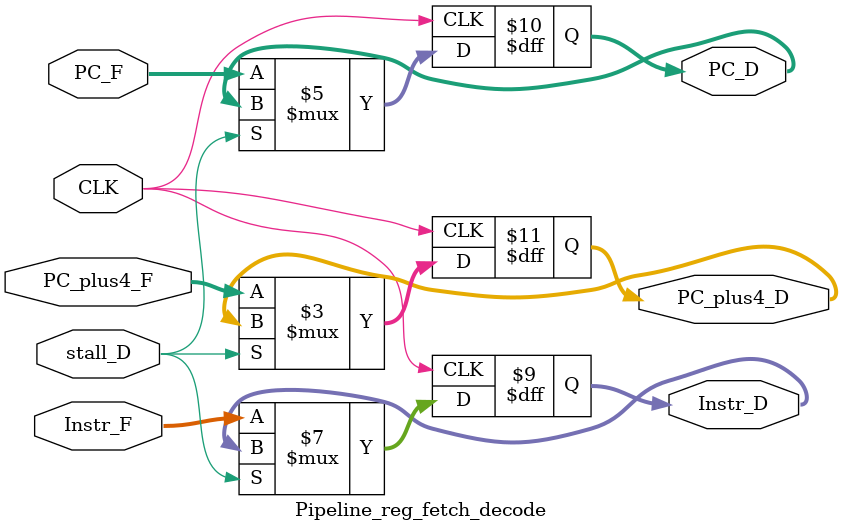
<source format=sv>
`timescale 1ns / 1ps


module Pipeline_reg_fetch_decode(
    input CLK,
    input stall_D,
    input [31:0] Instr_F, 
    input [31:0] PC_F,
    input [31:0] PC_plus4_F,
    output logic [31:0] Instr_D,
    output logic [31:0] PC_D,
    output logic [31:0] PC_plus4_D
    );

    always_ff @(posedge CLK) begin
        if (stall_D == 0) begin
            Instr_D <= Instr_F;
            PC_D <= PC_F;
            PC_plus4_D <= PC_plus4_F;
        end
    end


endmodule

</source>
